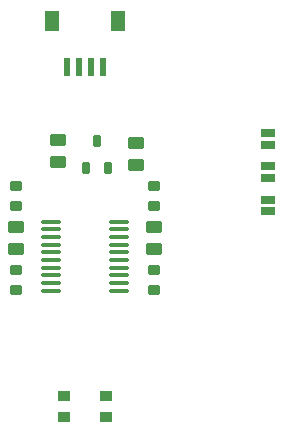
<source format=gtp>
G04 Layer_Color=8421504*
%FSLAX44Y44*%
%MOMM*%
G71*
G01*
G75*
G04:AMPARAMS|DCode=10|XSize=1mm|YSize=0.9mm|CornerRadius=0.1125mm|HoleSize=0mm|Usage=FLASHONLY|Rotation=0.000|XOffset=0mm|YOffset=0mm|HoleType=Round|Shape=RoundedRectangle|*
%AMROUNDEDRECTD10*
21,1,1.0000,0.6750,0,0,0.0*
21,1,0.7750,0.9000,0,0,0.0*
1,1,0.2250,0.3875,-0.3375*
1,1,0.2250,-0.3875,-0.3375*
1,1,0.2250,-0.3875,0.3375*
1,1,0.2250,0.3875,0.3375*
%
%ADD10ROUNDEDRECTD10*%
%ADD11R,1.2700X0.6350*%
%ADD12R,1.0160X0.8636*%
%ADD13O,1.8000X0.3500*%
%ADD14R,1.2000X1.8000*%
%ADD15R,0.6000X1.5500*%
G04:AMPARAMS|DCode=16|XSize=0.6mm|YSize=1mm|CornerRadius=0.075mm|HoleSize=0mm|Usage=FLASHONLY|Rotation=0.000|XOffset=0mm|YOffset=0mm|HoleType=Round|Shape=RoundedRectangle|*
%AMROUNDEDRECTD16*
21,1,0.6000,0.8500,0,0,0.0*
21,1,0.4500,1.0000,0,0,0.0*
1,1,0.1500,0.2250,-0.4250*
1,1,0.1500,-0.2250,-0.4250*
1,1,0.1500,-0.2250,0.4250*
1,1,0.1500,0.2250,0.4250*
%
%ADD16ROUNDEDRECTD16*%
G04:AMPARAMS|DCode=17|XSize=1.4mm|YSize=1mm|CornerRadius=0.125mm|HoleSize=0mm|Usage=FLASHONLY|Rotation=0.000|XOffset=0mm|YOffset=0mm|HoleType=Round|Shape=RoundedRectangle|*
%AMROUNDEDRECTD17*
21,1,1.4000,0.7500,0,0,0.0*
21,1,1.1500,1.0000,0,0,0.0*
1,1,0.2500,0.5750,-0.3750*
1,1,0.2500,-0.5750,-0.3750*
1,1,0.2500,-0.5750,0.3750*
1,1,0.2500,0.5750,0.3750*
%
%ADD17ROUNDEDRECTD17*%
D10*
X58420Y-11820D02*
D03*
Y-28820D02*
D03*
X-58420Y-11820D02*
D03*
Y-28820D02*
D03*
Y59300D02*
D03*
Y42300D02*
D03*
X58420D02*
D03*
Y59300D02*
D03*
D11*
X154940Y76200D02*
D03*
Y66040D02*
D03*
Y104140D02*
D03*
Y93980D02*
D03*
X154940Y47680D02*
D03*
Y38608D02*
D03*
D12*
X-17526Y-118250D02*
D03*
X17500D02*
D03*
X-17526Y-135890D02*
D03*
X17500D02*
D03*
D13*
X28500Y-29250D02*
D03*
Y-22750D02*
D03*
Y-16250D02*
D03*
Y-9750D02*
D03*
Y-3250D02*
D03*
Y3250D02*
D03*
Y9750D02*
D03*
Y16250D02*
D03*
Y22750D02*
D03*
Y29250D02*
D03*
X-28500Y-29250D02*
D03*
Y-22750D02*
D03*
Y-16250D02*
D03*
Y-9750D02*
D03*
Y-3250D02*
D03*
Y3250D02*
D03*
Y9750D02*
D03*
Y16250D02*
D03*
Y22750D02*
D03*
Y29250D02*
D03*
D14*
X27760Y199020D02*
D03*
X-28240D02*
D03*
D15*
X14760Y160020D02*
D03*
X4760D02*
D03*
X-5240D02*
D03*
X-15240D02*
D03*
D16*
X10160Y97860D02*
D03*
X19660Y74860D02*
D03*
X660D02*
D03*
D17*
X-22860Y79900D02*
D03*
Y97900D02*
D03*
X43180Y95360D02*
D03*
Y77360D02*
D03*
X58420Y24240D02*
D03*
Y6240D02*
D03*
X-58420D02*
D03*
Y24240D02*
D03*
M02*

</source>
